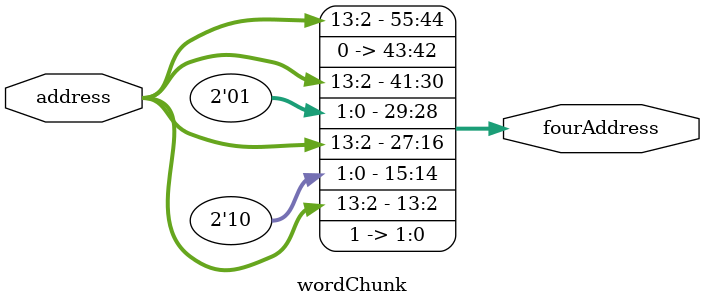
<source format=sv>
`timescale 1ns / 1ps


module wordChunk(
    input [13:0] address,
    output reg [55:0] fourAddress
    );
    
    always @(*) begin
        fourAddress = {address[13:2], 2'b00, address[13:2], 2'b01, address[13:2], 2'b10, address[13:2], 2'b11};
    end
    
endmodule

</source>
